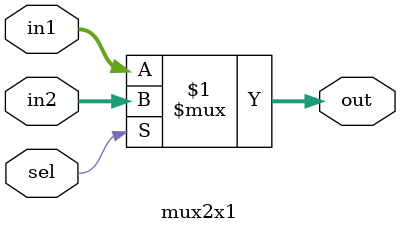
<source format=v>
module mux2x1 (in1,in2,out,sel);
  parameter n =16;
  input [n-1:0] in1,in2;
input sel;
  output [n-1:0] out;

assign out = sel? in2:in1;
endmodule 
</source>
